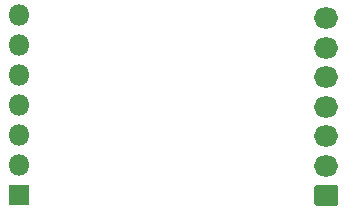
<source format=gbr>
%TF.GenerationSoftware,KiCad,Pcbnew,5.1.6-c6e7f7d~87~ubuntu20.04.1*%
%TF.CreationDate,2022-04-29T16:14:20+02:00*%
%TF.ProjectId,i2c_display,6932635f-6469-4737-906c-61792e6b6963,rev?*%
%TF.SameCoordinates,PXa03a458PY706ce10*%
%TF.FileFunction,Soldermask,Top*%
%TF.FilePolarity,Negative*%
%FSLAX46Y46*%
G04 Gerber Fmt 4.6, Leading zero omitted, Abs format (unit mm)*
G04 Created by KiCad (PCBNEW 5.1.6-c6e7f7d~87~ubuntu20.04.1) date 2022-04-29 16:14:20*
%MOMM*%
%LPD*%
G01*
G04 APERTURE LIST*
%ADD10R,1.800000X1.800000*%
%ADD11O,1.800000X1.800000*%
%ADD12O,2.050000X1.800000*%
G04 APERTURE END LIST*
D10*
%TO.C,J1*%
X1989160Y2886480D03*
D11*
X1989160Y5426480D03*
X1989160Y7966480D03*
X1989160Y10506480D03*
X1989160Y13046480D03*
X1989160Y15586480D03*
X1989160Y18126480D03*
%TD*%
%TO.C,J2*%
G36*
G01*
X28749454Y1986480D02*
X27228866Y1986480D01*
G75*
G02*
X26964160Y2251186I0J264706D01*
G01*
X26964160Y3521774D01*
G75*
G02*
X27228866Y3786480I264706J0D01*
G01*
X28749454Y3786480D01*
G75*
G02*
X29014160Y3521774I0J-264706D01*
G01*
X29014160Y2251186D01*
G75*
G02*
X28749454Y1986480I-264706J0D01*
G01*
G37*
D12*
X27989160Y5386480D03*
X27989160Y7886480D03*
X27989160Y10386480D03*
X27989160Y12886480D03*
X27989160Y15386480D03*
X27989160Y17886480D03*
%TD*%
M02*

</source>
